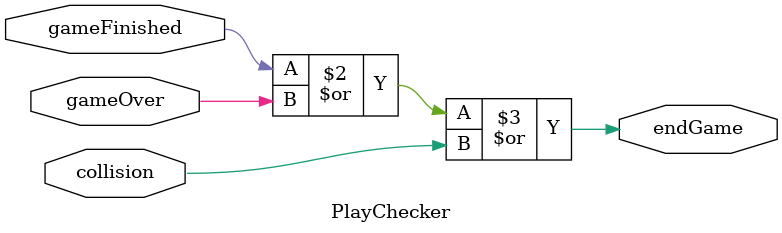
<source format=sv>

`timescale 1ns / 1ps

module PlayChecker(input logic gameFinished,gameOver,collision,//add collision logic
                   output logic endGame);
    always_comb
        begin
            endGame = gameFinished | gameOver | collision ;
        end
 // all conditions must be provided to enable continuity

endmodule

</source>
